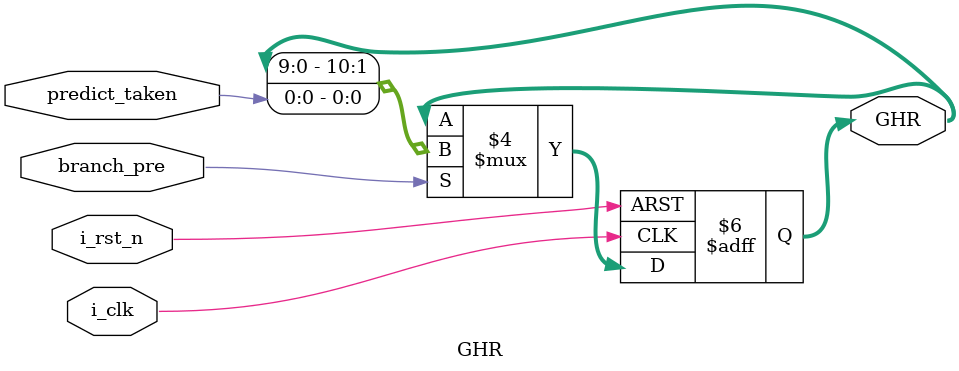
<source format=sv>
module GHR (
input logic i_clk         ,
input logic i_rst_n       ,
input logic predict_taken ,
input logic branch_pre    ,
output logic [10:0] GHR

);

always_ff @(posedge i_clk or negedge i_rst_n) begin
     if (!i_rst_n)
        GHR <= 11'h0; 
     else if (branch_pre)  
        GHR <= {GHR[9:0], predict_taken } ;
     else GHR <= GHR;
end

endmodule
</source>
